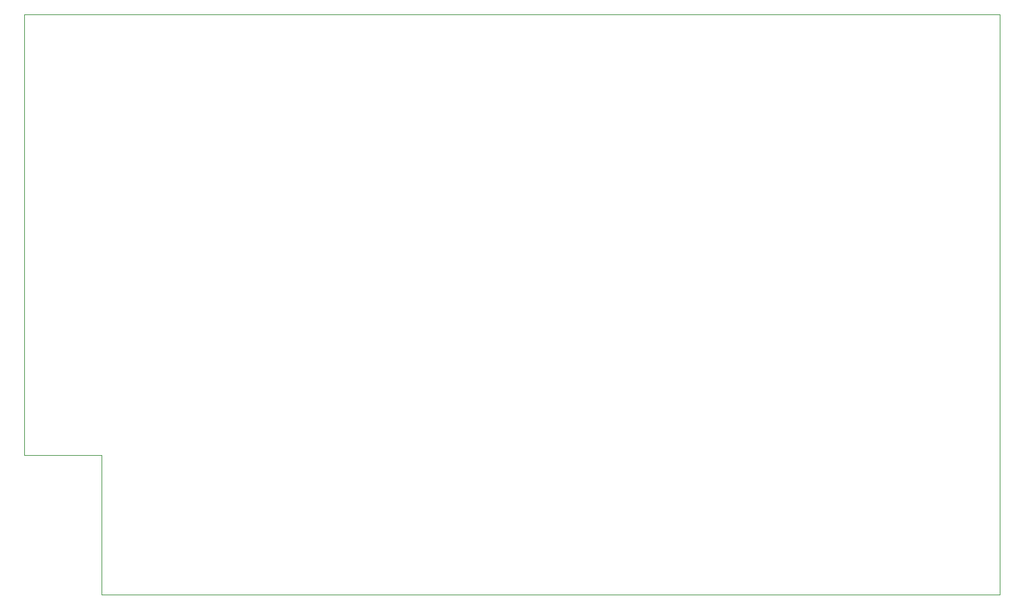
<source format=gbr>
%TF.GenerationSoftware,Altium Limited,Altium Designer,23.5.1 (21)*%
G04 Layer_Color=0*
%FSLAX45Y45*%
%MOMM*%
%TF.SameCoordinates,237DEE5C-C98C-4AD3-A281-37170FB057C8*%
%TF.FilePolarity,Positive*%
%TF.FileFunction,Profile,NP*%
%TF.Part,Single*%
G01*
G75*
%TA.AperFunction,Profile*%
%ADD69C,0.02540*%
D69*
X1000000Y2800000D02*
X2000000D01*
Y1000000D01*
X13600000D01*
Y8500000D01*
X1000000D01*
Y2800000D01*
%TF.MD5,21e1da35f79242e1a9407ee7de8bff39*%
M02*

</source>
